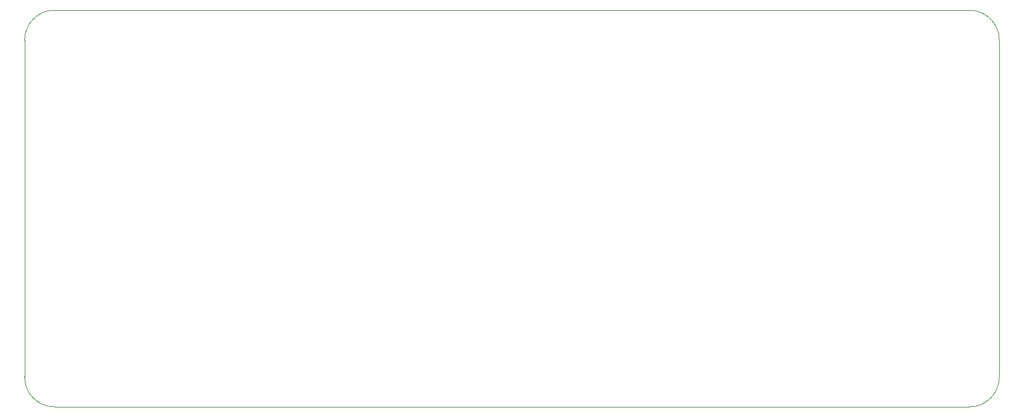
<source format=gbr>
%TF.GenerationSoftware,KiCad,Pcbnew,(5.1.6)-1*%
%TF.CreationDate,2020-09-09T14:21:18+02:00*%
%TF.ProjectId,TougherPowerMeter-FeatherWing,546f7567-6865-4725-906f-7765724d6574,rev?*%
%TF.SameCoordinates,Original*%
%TF.FileFunction,Profile,NP*%
%FSLAX46Y46*%
G04 Gerber Fmt 4.6, Leading zero omitted, Abs format (unit mm)*
G04 Created by KiCad (PCBNEW (5.1.6)-1) date 2020-09-09 14:21:18*
%MOMM*%
%LPD*%
G01*
G04 APERTURE LIST*
%TA.AperFunction,Profile*%
%ADD10C,0.050000*%
%TD*%
G04 APERTURE END LIST*
D10*
X93750000Y-56250000D02*
G75*
G02*
X97750000Y-52250000I4000000J0D01*
G01*
X97750000Y-105250000D02*
G75*
G02*
X93750000Y-101250000I0J4000000D01*
G01*
X223750000Y-101250000D02*
G75*
G02*
X219750000Y-105250000I-4000000J0D01*
G01*
X219750000Y-52250000D02*
G75*
G02*
X223750000Y-56250000I0J-4000000D01*
G01*
X219750000Y-52250000D02*
X97750000Y-52250000D01*
X93750000Y-101250000D02*
X93750000Y-56250000D01*
X219750000Y-105250000D02*
X97750000Y-105250000D01*
X223750000Y-56250000D02*
X223750000Y-101250000D01*
M02*

</source>
